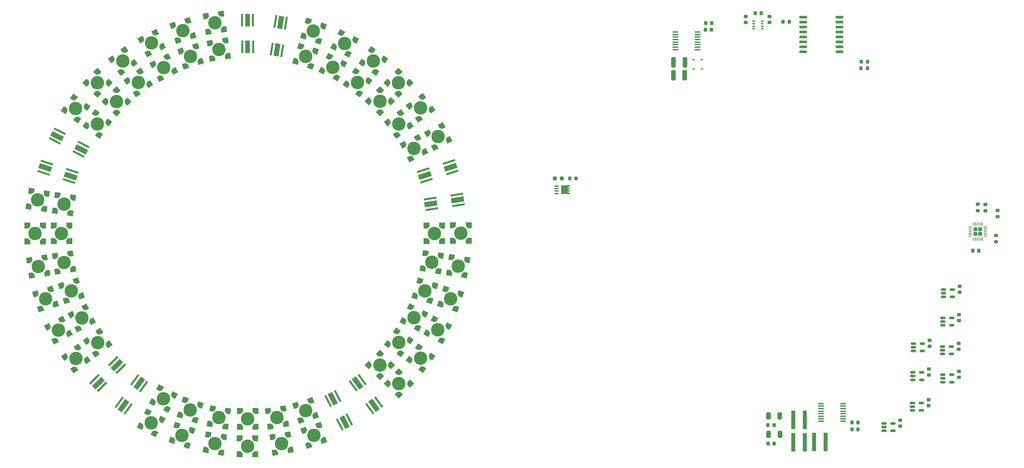
<source format=gbr>
%TF.GenerationSoftware,KiCad,Pcbnew,(6.0.9)*%
%TF.CreationDate,2022-12-31T16:19:11-08:00*%
%TF.ProjectId,LEDArray,4c454441-7272-4617-992e-6b696361645f,rev?*%
%TF.SameCoordinates,Original*%
%TF.FileFunction,Paste,Top*%
%TF.FilePolarity,Positive*%
%FSLAX46Y46*%
G04 Gerber Fmt 4.6, Leading zero omitted, Abs format (unit mm)*
G04 Created by KiCad (PCBNEW (6.0.9)) date 2022-12-31 16:19:11*
%MOMM*%
%LPD*%
G01*
G04 APERTURE LIST*
G04 Aperture macros list*
%AMRoundRect*
0 Rectangle with rounded corners*
0 $1 Rounding radius*
0 $2 $3 $4 $5 $6 $7 $8 $9 X,Y pos of 4 corners*
0 Add a 4 corners polygon primitive as box body*
4,1,4,$2,$3,$4,$5,$6,$7,$8,$9,$2,$3,0*
0 Add four circle primitives for the rounded corners*
1,1,$1+$1,$2,$3*
1,1,$1+$1,$4,$5*
1,1,$1+$1,$6,$7*
1,1,$1+$1,$8,$9*
0 Add four rect primitives between the rounded corners*
20,1,$1+$1,$2,$3,$4,$5,0*
20,1,$1+$1,$4,$5,$6,$7,0*
20,1,$1+$1,$6,$7,$8,$9,0*
20,1,$1+$1,$8,$9,$2,$3,0*%
%AMRotRect*
0 Rectangle, with rotation*
0 The origin of the aperture is its center*
0 $1 length*
0 $2 width*
0 $3 Rotation angle, in degrees counterclockwise*
0 Add horizontal line*
21,1,$1,$2,0,0,$3*%
%AMOutline5P*
0 Free polygon, 5 corners , with rotation*
0 The origin of the aperture is its center*
0 number of corners: always 5*
0 $1 to $10 corner X, Y*
0 $11 Rotation angle, in degrees counterclockwise*
0 create outline with 5 corners*
4,1,5,$1,$2,$3,$4,$5,$6,$7,$8,$9,$10,$1,$2,$11*%
%AMOutline6P*
0 Free polygon, 6 corners , with rotation*
0 The origin of the aperture is its center*
0 number of corners: always 6*
0 $1 to $12 corner X, Y*
0 $13 Rotation angle, in degrees counterclockwise*
0 create outline with 6 corners*
4,1,6,$1,$2,$3,$4,$5,$6,$7,$8,$9,$10,$11,$12,$1,$2,$13*%
%AMOutline7P*
0 Free polygon, 7 corners , with rotation*
0 The origin of the aperture is its center*
0 number of corners: always 7*
0 $1 to $14 corner X, Y*
0 $15 Rotation angle, in degrees counterclockwise*
0 create outline with 7 corners*
4,1,7,$1,$2,$3,$4,$5,$6,$7,$8,$9,$10,$11,$12,$13,$14,$1,$2,$15*%
%AMOutline8P*
0 Free polygon, 8 corners , with rotation*
0 The origin of the aperture is its center*
0 number of corners: always 8*
0 $1 to $16 corner X, Y*
0 $17 Rotation angle, in degrees counterclockwise*
0 create outline with 8 corners*
4,1,8,$1,$2,$3,$4,$5,$6,$7,$8,$9,$10,$11,$12,$13,$14,$15,$16,$1,$2,$17*%
%AMFreePoly0*
4,1,21,1.372500,0.787500,0.862500,0.787500,0.862500,0.532500,1.372500,0.532500,1.372500,0.127500,0.862500,0.127500,0.862500,-0.127500,1.372500,-0.127500,1.372500,-0.532500,0.862500,-0.532500,0.862500,-0.787500,1.372500,-0.787500,1.372500,-1.195000,0.612500,-1.195000,0.612500,-1.117500,-0.862500,-1.117500,-0.862500,1.117500,0.612500,1.117500,0.612500,1.195000,1.372500,1.195000,
1.372500,0.787500,1.372500,0.787500,$1*%
G04 Aperture macros list end*
%ADD10RoundRect,0.225000X-0.225000X-0.250000X0.225000X-0.250000X0.225000X0.250000X-0.225000X0.250000X0*%
%ADD11RoundRect,0.225000X0.250000X-0.225000X0.250000X0.225000X-0.250000X0.225000X-0.250000X-0.225000X0*%
%ADD12RoundRect,0.250000X-0.275000X-2.125000X0.275000X-2.125000X0.275000X2.125000X-0.275000X2.125000X0*%
%ADD13Outline5P,-0.735000X0.735000X0.220500X0.735000X0.735000X0.220500X0.735000X-0.735000X-0.735000X-0.735000X153.000000*%
%ADD14Outline5P,-0.735000X0.735000X0.220500X0.735000X0.735000X0.220500X0.735000X-0.735000X-0.735000X-0.735000X63.000000*%
%ADD15Outline5P,-0.735000X0.735000X0.735000X0.735000X0.735000X-0.220500X0.220500X-0.735000X-0.735000X-0.735000X333.000000*%
%ADD16Outline5P,-0.735000X0.735000X0.220500X0.735000X0.735000X0.220500X0.735000X-0.735000X-0.735000X-0.735000X333.000000*%
%ADD17C,3.450000*%
%ADD18R,0.600000X0.450000*%
%ADD19RoundRect,0.150000X-0.875000X-0.150000X0.875000X-0.150000X0.875000X0.150000X-0.875000X0.150000X0*%
%ADD20RoundRect,0.150000X-0.512500X-0.150000X0.512500X-0.150000X0.512500X0.150000X-0.512500X0.150000X0*%
%ADD21Outline5P,-0.735000X0.735000X0.220500X0.735000X0.735000X0.220500X0.735000X-0.735000X-0.735000X-0.735000X54.000000*%
%ADD22Outline5P,-0.735000X0.735000X0.220500X0.735000X0.735000X0.220500X0.735000X-0.735000X-0.735000X-0.735000X144.000000*%
%ADD23Outline5P,-0.735000X0.735000X0.735000X0.735000X0.735000X-0.220500X0.220500X-0.735000X-0.735000X-0.735000X324.000000*%
%ADD24Outline5P,-0.735000X0.735000X0.220500X0.735000X0.735000X0.220500X0.735000X-0.735000X-0.735000X-0.735000X324.000000*%
%ADD25Outline5P,-0.735000X0.735000X0.220500X0.735000X0.735000X0.220500X0.735000X-0.735000X-0.735000X-0.735000X270.000000*%
%ADD26Outline5P,-0.735000X0.735000X0.220500X0.735000X0.735000X0.220500X0.735000X-0.735000X-0.735000X-0.735000X180.000000*%
%ADD27Outline5P,-0.735000X0.735000X0.220500X0.735000X0.735000X0.220500X0.735000X-0.735000X-0.735000X-0.735000X90.000000*%
%ADD28Outline5P,-0.735000X0.735000X0.735000X0.735000X0.735000X-0.220500X0.220500X-0.735000X-0.735000X-0.735000X90.000000*%
%ADD29Outline5P,-0.735000X0.735000X0.220500X0.735000X0.735000X0.220500X0.735000X-0.735000X-0.735000X-0.735000X288.000000*%
%ADD30Outline5P,-0.735000X0.735000X0.220500X0.735000X0.735000X0.220500X0.735000X-0.735000X-0.735000X-0.735000X18.000000*%
%ADD31Outline5P,-0.735000X0.735000X0.735000X0.735000X0.735000X-0.220500X0.220500X-0.735000X-0.735000X-0.735000X198.000000*%
%ADD32Outline5P,-0.735000X0.735000X0.220500X0.735000X0.735000X0.220500X0.735000X-0.735000X-0.735000X-0.735000X198.000000*%
%ADD33Outline5P,-0.735000X0.735000X0.220500X0.735000X0.735000X0.220500X0.735000X-0.735000X-0.735000X-0.735000X27.000000*%
%ADD34Outline5P,-0.735000X0.735000X0.220500X0.735000X0.735000X0.220500X0.735000X-0.735000X-0.735000X-0.735000X117.000000*%
%ADD35Outline5P,-0.735000X0.735000X0.735000X0.735000X0.735000X-0.220500X0.220500X-0.735000X-0.735000X-0.735000X297.000000*%
%ADD36Outline5P,-0.735000X0.735000X0.220500X0.735000X0.735000X0.220500X0.735000X-0.735000X-0.735000X-0.735000X297.000000*%
%ADD37Outline5P,-0.735000X0.735000X0.220500X0.735000X0.735000X0.220500X0.735000X-0.735000X-0.735000X-0.735000X234.000000*%
%ADD38Outline5P,-0.735000X0.735000X0.735000X0.735000X0.735000X-0.220500X0.220500X-0.735000X-0.735000X-0.735000X234.000000*%
%ADD39Outline5P,-0.735000X0.735000X0.220500X0.735000X0.735000X0.220500X0.735000X-0.735000X-0.735000X-0.735000X9.000000*%
%ADD40Outline5P,-0.735000X0.735000X0.220500X0.735000X0.735000X0.220500X0.735000X-0.735000X-0.735000X-0.735000X279.000000*%
%ADD41Outline5P,-0.735000X0.735000X0.735000X0.735000X0.735000X-0.220500X0.220500X-0.735000X-0.735000X-0.735000X189.000000*%
%ADD42Outline5P,-0.735000X0.735000X0.220500X0.735000X0.735000X0.220500X0.735000X-0.735000X-0.735000X-0.735000X189.000000*%
%ADD43Outline5P,-0.735000X0.735000X0.220500X0.735000X0.735000X0.220500X0.735000X-0.735000X-0.735000X-0.735000X315.000000*%
%ADD44Outline5P,-0.735000X0.735000X0.220500X0.735000X0.735000X0.220500X0.735000X-0.735000X-0.735000X-0.735000X45.000000*%
%ADD45Outline5P,-0.735000X0.735000X0.220500X0.735000X0.735000X0.220500X0.735000X-0.735000X-0.735000X-0.735000X225.000000*%
%ADD46Outline5P,-0.735000X0.735000X0.735000X0.735000X0.735000X-0.220500X0.220500X-0.735000X-0.735000X-0.735000X225.000000*%
%ADD47Outline5P,-0.735000X0.735000X0.220500X0.735000X0.735000X0.220500X0.735000X-0.735000X-0.735000X-0.735000X243.000000*%
%ADD48Outline5P,-0.735000X0.735000X0.735000X0.735000X0.735000X-0.220500X0.220500X-0.735000X-0.735000X-0.735000X243.000000*%
%ADD49Outline5P,-0.735000X0.735000X0.220500X0.735000X0.735000X0.220500X0.735000X-0.735000X-0.735000X-0.735000X351.000000*%
%ADD50Outline5P,-0.735000X0.735000X0.220500X0.735000X0.735000X0.220500X0.735000X-0.735000X-0.735000X-0.735000X261.000000*%
%ADD51Outline5P,-0.735000X0.735000X0.735000X0.735000X0.735000X-0.220500X0.220500X-0.735000X-0.735000X-0.735000X171.000000*%
%ADD52Outline5P,-0.735000X0.735000X0.220500X0.735000X0.735000X0.220500X0.735000X-0.735000X-0.735000X-0.735000X171.000000*%
%ADD53RoundRect,0.225000X-0.250000X0.225000X-0.250000X-0.225000X0.250000X-0.225000X0.250000X0.225000X0*%
%ADD54RotRect,0.500000X3.250000X135.000000*%
%ADD55RotRect,1.300000X3.250000X135.000000*%
%ADD56Outline5P,-0.735000X0.735000X0.220500X0.735000X0.735000X0.220500X0.735000X-0.735000X-0.735000X-0.735000X0.000000*%
%ADD57Outline5P,-0.735000X0.735000X0.735000X0.735000X0.735000X-0.220500X0.220500X-0.735000X-0.735000X-0.735000X180.000000*%
%ADD58RoundRect,0.200000X-0.275000X0.200000X-0.275000X-0.200000X0.275000X-0.200000X0.275000X0.200000X0*%
%ADD59RoundRect,0.200000X-0.200000X-0.275000X0.200000X-0.275000X0.200000X0.275000X-0.200000X0.275000X0*%
%ADD60RoundRect,0.245000X0.245000X-0.245000X0.245000X0.245000X-0.245000X0.245000X-0.245000X-0.245000X0*%
%ADD61RoundRect,0.050000X0.050000X-0.362500X0.050000X0.362500X-0.050000X0.362500X-0.050000X-0.362500X0*%
%ADD62RoundRect,0.050000X0.362500X-0.050000X0.362500X0.050000X-0.362500X0.050000X-0.362500X-0.050000X0*%
%ADD63Outline5P,-0.735000X0.735000X0.220500X0.735000X0.735000X0.220500X0.735000X-0.735000X-0.735000X-0.735000X99.000000*%
%ADD64Outline5P,-0.735000X0.735000X0.735000X0.735000X0.735000X-0.220500X0.220500X-0.735000X-0.735000X-0.735000X9.000000*%
%ADD65Outline5P,-0.735000X0.735000X0.220500X0.735000X0.735000X0.220500X0.735000X-0.735000X-0.735000X-0.735000X216.000000*%
%ADD66Outline5P,-0.735000X0.735000X0.220500X0.735000X0.735000X0.220500X0.735000X-0.735000X-0.735000X-0.735000X126.000000*%
%ADD67Outline5P,-0.735000X0.735000X0.735000X0.735000X0.735000X-0.220500X0.220500X-0.735000X-0.735000X-0.735000X36.000000*%
%ADD68Outline5P,-0.735000X0.735000X0.220500X0.735000X0.735000X0.220500X0.735000X-0.735000X-0.735000X-0.735000X36.000000*%
%ADD69Outline5P,-0.735000X0.735000X0.220500X0.735000X0.735000X0.220500X0.735000X-0.735000X-0.735000X-0.735000X108.000000*%
%ADD70Outline5P,-0.735000X0.735000X0.735000X0.735000X0.735000X-0.220500X0.220500X-0.735000X-0.735000X-0.735000X108.000000*%
%ADD71RotRect,0.500000X3.300000X144.000000*%
%ADD72RotRect,1.300000X3.300000X144.000000*%
%ADD73Outline5P,-0.735000X0.735000X0.735000X0.735000X0.735000X-0.220500X0.220500X-0.735000X-0.735000X-0.735000X270.000000*%
%ADD74Outline5P,-0.735000X0.735000X0.735000X0.735000X0.735000X-0.220500X0.220500X-0.735000X-0.735000X-0.735000X18.000000*%
%ADD75Outline5P,-0.735000X0.735000X0.735000X0.735000X0.735000X-0.220500X0.220500X-0.735000X-0.735000X-0.735000X153.000000*%
%ADD76RoundRect,0.237500X0.287500X0.237500X-0.287500X0.237500X-0.287500X-0.237500X0.287500X-0.237500X0*%
%ADD77Outline5P,-0.735000X0.735000X0.220500X0.735000X0.735000X0.220500X0.735000X-0.735000X-0.735000X-0.735000X81.000000*%
%ADD78Outline5P,-0.735000X0.735000X0.735000X0.735000X0.735000X-0.220500X0.220500X-0.735000X-0.735000X-0.735000X261.000000*%
%ADD79RotRect,0.500000X3.250000X279.000000*%
%ADD80RotRect,1.300000X3.250000X279.000000*%
%ADD81RoundRect,0.100000X-0.637500X-0.100000X0.637500X-0.100000X0.637500X0.100000X-0.637500X0.100000X0*%
%ADD82Outline5P,-0.735000X0.735000X0.735000X0.735000X0.735000X-0.220500X0.220500X-0.735000X-0.735000X-0.735000X81.000000*%
%ADD83RoundRect,0.250000X-0.312500X-1.075000X0.312500X-1.075000X0.312500X1.075000X-0.312500X1.075000X0*%
%ADD84RoundRect,0.250000X-0.325000X-0.650000X0.325000X-0.650000X0.325000X0.650000X-0.325000X0.650000X0*%
%ADD85Outline5P,-0.735000X0.735000X0.220500X0.735000X0.735000X0.220500X0.735000X-0.735000X-0.735000X-0.735000X162.000000*%
%ADD86Outline5P,-0.735000X0.735000X0.220500X0.735000X0.735000X0.220500X0.735000X-0.735000X-0.735000X-0.735000X72.000000*%
%ADD87Outline5P,-0.735000X0.735000X0.735000X0.735000X0.735000X-0.220500X0.220500X-0.735000X-0.735000X-0.735000X342.000000*%
%ADD88Outline5P,-0.735000X0.735000X0.220500X0.735000X0.735000X0.220500X0.735000X-0.735000X-0.735000X-0.735000X342.000000*%
%ADD89RotRect,0.500000X3.300000X216.000000*%
%ADD90RotRect,1.300000X3.300000X216.000000*%
%ADD91Outline5P,-0.735000X0.735000X0.735000X0.735000X0.735000X-0.220500X0.220500X-0.735000X-0.735000X-0.735000X252.000000*%
%ADD92Outline5P,-0.735000X0.735000X0.220500X0.735000X0.735000X0.220500X0.735000X-0.735000X-0.735000X-0.735000X252.000000*%
%ADD93RoundRect,0.250000X0.275000X2.125000X-0.275000X2.125000X-0.275000X-2.125000X0.275000X-2.125000X0*%
%ADD94RoundRect,0.225000X0.225000X0.250000X-0.225000X0.250000X-0.225000X-0.250000X0.225000X-0.250000X0*%
%ADD95RotRect,0.500000X3.250000X63.000000*%
%ADD96RotRect,1.300000X3.250000X63.000000*%
%ADD97R,0.500000X3.300000*%
%ADD98R,1.300000X3.300000*%
%ADD99RotRect,0.500000X3.300000X288.000000*%
%ADD100RotRect,1.300000X3.300000X288.000000*%
%ADD101Outline5P,-0.735000X0.735000X0.220500X0.735000X0.735000X0.220500X0.735000X-0.735000X-0.735000X-0.735000X207.000000*%
%ADD102Outline5P,-0.735000X0.735000X0.735000X0.735000X0.735000X-0.220500X0.220500X-0.735000X-0.735000X-0.735000X27.000000*%
%ADD103Outline5P,-0.735000X0.735000X0.220500X0.735000X0.735000X0.220500X0.735000X-0.735000X-0.735000X-0.735000X135.000000*%
%ADD104Outline5P,-0.735000X0.735000X0.735000X0.735000X0.735000X-0.220500X0.220500X-0.735000X-0.735000X-0.735000X45.000000*%
%ADD105Outline5P,-0.735000X0.735000X0.735000X0.735000X0.735000X-0.220500X0.220500X-0.735000X-0.735000X-0.735000X117.000000*%
%ADD106Outline5P,-0.735000X0.735000X0.735000X0.735000X0.735000X-0.220500X0.220500X-0.735000X-0.735000X-0.735000X54.000000*%
%ADD107Outline5P,-0.735000X0.735000X0.735000X0.735000X0.735000X-0.220500X0.220500X-0.735000X-0.735000X-0.735000X162.000000*%
%ADD108RoundRect,0.200000X0.200000X0.275000X-0.200000X0.275000X-0.200000X-0.275000X0.200000X-0.275000X0*%
%ADD109RotRect,0.500000X3.300000X72.000000*%
%ADD110RotRect,1.300000X3.300000X72.000000*%
%ADD111RotRect,0.500000X3.250000X351.000000*%
%ADD112RotRect,1.300000X3.250000X351.000000*%
%ADD113Outline5P,-0.735000X0.735000X0.220500X0.735000X0.735000X0.220500X0.735000X-0.735000X-0.735000X-0.735000X306.000000*%
%ADD114Outline5P,-0.735000X0.735000X0.735000X0.735000X0.735000X-0.220500X0.220500X-0.735000X-0.735000X-0.735000X126.000000*%
%ADD115Outline5P,-0.735000X0.735000X0.735000X0.735000X0.735000X-0.220500X0.220500X-0.735000X-0.735000X-0.735000X315.000000*%
%ADD116Outline5P,-0.735000X0.735000X0.735000X0.735000X0.735000X-0.220500X0.220500X-0.735000X-0.735000X-0.735000X99.000000*%
%ADD117Outline5P,-0.735000X0.735000X0.735000X0.735000X0.735000X-0.220500X0.220500X-0.735000X-0.735000X-0.735000X306.000000*%
%ADD118RotRect,0.500000X3.250000X207.000000*%
%ADD119RotRect,1.300000X3.250000X207.000000*%
%ADD120R,0.700000X0.350000*%
%ADD121R,0.990000X0.405000*%
%ADD122FreePoly0,0.000000*%
G04 APERTURE END LIST*
D10*
%TO.C,C17*%
X199500000Y-28900000D03*
X201050000Y-28900000D03*
%TD*%
D11*
%TO.C,C37*%
X256950000Y-111875001D03*
X256950000Y-110325001D03*
%TD*%
D12*
%TO.C,R17*%
X227275000Y-136425000D03*
X230225000Y-136425000D03*
%TD*%
D10*
%TO.C,C16*%
X199450000Y-30550000D03*
X201000000Y-30550000D03*
%TD*%
D13*
%TO.C,D45*%
X109589994Y-33225968D03*
D14*
X107774032Y-36789994D03*
D15*
X106025968Y-31410006D03*
D16*
X104210006Y-34974032D03*
D17*
X106900000Y-34100000D03*
%TD*%
D18*
%TO.C,D82*%
X196425000Y-40650000D03*
X198525000Y-40650000D03*
%TD*%
D19*
%TO.C,U22*%
X224500000Y-27330000D03*
X224500000Y-28600000D03*
X224500000Y-29870000D03*
X224500000Y-31140000D03*
X224500000Y-32410000D03*
X224500000Y-33680000D03*
X224500000Y-34950000D03*
X224500000Y-36220000D03*
X233800000Y-36220000D03*
X233800000Y-34950000D03*
X233800000Y-33680000D03*
X233800000Y-32410000D03*
X233800000Y-31140000D03*
X233800000Y-29870000D03*
X233800000Y-28600000D03*
X233800000Y-27330000D03*
%TD*%
D20*
%TO.C,U3*%
X260492500Y-97255000D03*
X260492500Y-98205000D03*
X260492500Y-99155000D03*
X262767500Y-99155000D03*
X262767500Y-97255000D03*
%TD*%
D21*
%TO.C,D5*%
X110666117Y-46921593D03*
D22*
X113017258Y-43685526D03*
D23*
X109781191Y-41334385D03*
D24*
X107430050Y-44570452D03*
D17*
X110223654Y-44127989D03*
%TD*%
D25*
%TO.C,D72*%
X25500000Y-80900000D03*
D26*
X29500000Y-80900000D03*
D27*
X29500000Y-84900000D03*
D28*
X25500000Y-84900000D03*
D17*
X27500000Y-82900000D03*
%TD*%
D10*
%TO.C,C33*%
X215475002Y-132049999D03*
X217025002Y-132049999D03*
%TD*%
D29*
%TO.C,D60*%
X96479853Y-133415921D03*
D30*
X97715921Y-137220147D03*
D31*
X101520147Y-135984079D03*
D32*
X100284079Y-132179853D03*
D17*
X99000000Y-134700000D03*
%TD*%
D33*
%TO.C,D49*%
X130025968Y-60689994D03*
D34*
X133589994Y-58874032D03*
D35*
X131774032Y-55310006D03*
D36*
X128210006Y-57125968D03*
D17*
X130900000Y-58000000D03*
%TD*%
D24*
%TO.C,D15*%
X117971050Y-111245452D03*
D21*
X121207117Y-113596593D03*
D37*
X120322191Y-108009385D03*
D38*
X123558258Y-110360526D03*
D17*
X120764654Y-110802989D03*
%TD*%
D39*
%TO.C,D20*%
X87860146Y-132395235D03*
D40*
X87234408Y-128444481D03*
D41*
X91810900Y-131769497D03*
D42*
X91185162Y-127818743D03*
D17*
X89522654Y-130106989D03*
%TD*%
D43*
%TO.C,D16*%
X113110227Y-116644989D03*
D44*
X115938654Y-119473416D03*
D45*
X115938654Y-113816562D03*
D46*
X118767081Y-116644989D03*
D17*
X115938654Y-116644989D03*
%TD*%
D14*
%TO.C,D14*%
X125575686Y-107142983D03*
D16*
X122011660Y-105327021D03*
D47*
X123827622Y-101762995D03*
D48*
X127391648Y-103578957D03*
D17*
X124701654Y-104452989D03*
%TD*%
D20*
%TO.C,U1*%
X245262500Y-131650000D03*
X245262500Y-132600000D03*
X245262500Y-133550000D03*
X247537500Y-133550000D03*
X247537500Y-131650000D03*
%TD*%
D39*
%TO.C,D61*%
X89037492Y-139088246D03*
D40*
X88411754Y-135137492D03*
D42*
X92362508Y-134511754D03*
D41*
X92988246Y-138462508D03*
D17*
X90700000Y-136800000D03*
%TD*%
D49*
%TO.C,D63*%
X71311754Y-138462508D03*
D50*
X71937492Y-134511754D03*
D51*
X75262508Y-139088246D03*
D52*
X75888246Y-135137492D03*
D17*
X73600000Y-136800000D03*
%TD*%
D11*
%TO.C,C11*%
X274400000Y-78550000D03*
X274400000Y-77000000D03*
%TD*%
D53*
%TO.C,C8*%
X209800000Y-27200000D03*
X209800000Y-28750000D03*
%TD*%
D54*
%TO.C,D67*%
X42727728Y-120327728D03*
X44672272Y-122272272D03*
D55*
X43700000Y-121300000D03*
%TD*%
D56*
%TO.C,D21*%
X80029654Y-132487989D03*
D25*
X80029654Y-128487989D03*
D26*
X84029654Y-128487989D03*
D57*
X84029654Y-132487989D03*
D17*
X82029654Y-130487989D03*
%TD*%
D58*
%TO.C,R8*%
X269325000Y-75375000D03*
X269325000Y-77025000D03*
%TD*%
D59*
%TO.C,R19*%
X239400000Y-38800000D03*
X241050000Y-38800000D03*
%TD*%
D11*
%TO.C,C9*%
X256755000Y-119255001D03*
X256755000Y-117705001D03*
%TD*%
D60*
%TO.C,U9*%
X269890000Y-81785000D03*
X268710000Y-82965000D03*
X269890000Y-82965000D03*
X268710000Y-81785000D03*
D61*
X268100000Y-84312500D03*
X268500000Y-84312500D03*
X268900000Y-84312500D03*
X269300000Y-84312500D03*
X269700000Y-84312500D03*
X270100000Y-84312500D03*
X270500000Y-84312500D03*
D62*
X271237500Y-83575000D03*
X271237500Y-83175000D03*
X271237500Y-82775000D03*
X271237500Y-82375000D03*
X271237500Y-81975000D03*
X271237500Y-81575000D03*
X271237500Y-81175000D03*
D61*
X270500000Y-80437500D03*
X270100000Y-80437500D03*
X269700000Y-80437500D03*
X269300000Y-80437500D03*
X268900000Y-80437500D03*
X268500000Y-80437500D03*
X268100000Y-80437500D03*
D62*
X267362500Y-81175000D03*
X267362500Y-81575000D03*
X267362500Y-81975000D03*
X267362500Y-82375000D03*
X267362500Y-82775000D03*
X267362500Y-83175000D03*
X267362500Y-83575000D03*
%TD*%
D49*
%TO.C,D22*%
X72375408Y-131769497D03*
D50*
X73001146Y-127818743D03*
D51*
X76326162Y-132395235D03*
D52*
X76951900Y-128444481D03*
D17*
X74663654Y-130106989D03*
%TD*%
D42*
%TO.C,D81*%
X75262508Y-26511754D03*
D63*
X75888246Y-30462508D03*
D39*
X71937492Y-31088246D03*
D64*
X71311754Y-27137492D03*
D17*
X73600000Y-28800000D03*
%TD*%
D65*
%TO.C,D38*%
X54442463Y-41306396D03*
D66*
X56793604Y-44542463D03*
D67*
X51206396Y-43657537D03*
D68*
X53557537Y-46893604D03*
D17*
X54000000Y-44100000D03*
%TD*%
D29*
%TO.C,D19*%
X94368507Y-127044910D03*
D30*
X95604575Y-130849136D03*
D31*
X99408801Y-129613068D03*
D32*
X98172733Y-125808842D03*
D17*
X96888654Y-128328989D03*
%TD*%
D29*
%TO.C,D29*%
X34297507Y-96310910D03*
D32*
X38101733Y-95074842D03*
D69*
X39337801Y-98879068D03*
D70*
X35533575Y-100115136D03*
D17*
X36817654Y-97594989D03*
%TD*%
D20*
%TO.C,U8*%
X260275000Y-111905000D03*
X260275000Y-112855000D03*
X260275000Y-113805000D03*
X262550000Y-113805000D03*
X262550000Y-111905000D03*
%TD*%
D11*
%TO.C,C10*%
X264412500Y-112605001D03*
X264412500Y-111055001D03*
%TD*%
D71*
%TO.C,D25*%
X53084030Y-120521090D03*
X55349278Y-122166888D03*
D72*
X54216654Y-121343989D03*
%TD*%
D27*
%TO.C,D11*%
X131908654Y-84862989D03*
D56*
X127908654Y-84862989D03*
D73*
X131908654Y-80862989D03*
D25*
X127908654Y-80862989D03*
D17*
X129908654Y-82862989D03*
%TD*%
D32*
%TO.C,D40*%
X68684079Y-34879853D03*
D69*
X69920147Y-38684079D03*
D74*
X64879853Y-36115921D03*
D30*
X66115921Y-39920147D03*
D17*
X67400000Y-37400000D03*
%TD*%
D63*
%TO.C,D41*%
X76925738Y-37350754D03*
D42*
X76300000Y-33400000D03*
D39*
X72974984Y-37976492D03*
D64*
X72349246Y-34025738D03*
D17*
X74637492Y-35688246D03*
%TD*%
D10*
%TO.C,C29*%
X215500002Y-136824999D03*
X217050002Y-136824999D03*
%TD*%
D11*
%TO.C,C5*%
X264437500Y-119850001D03*
X264437500Y-118300001D03*
%TD*%
D58*
%TO.C,R9*%
X273925000Y-83400000D03*
X273925000Y-85050000D03*
%TD*%
D47*
%TO.C,D65*%
X56425968Y-128810006D03*
D16*
X54610006Y-132374032D03*
D13*
X59989994Y-130625968D03*
D75*
X58174032Y-134189994D03*
D17*
X57300000Y-131500000D03*
%TD*%
D76*
%TO.C,D84*%
X162600000Y-68775000D03*
X160850000Y-68775000D03*
%TD*%
D11*
%TO.C,C12*%
X271250000Y-77025000D03*
X271250000Y-75475000D03*
%TD*%
D20*
%TO.C,U21*%
X252812500Y-111175000D03*
X252812500Y-112125000D03*
X252812500Y-113075000D03*
X255087500Y-113075000D03*
X255087500Y-111175000D03*
%TD*%
D49*
%TO.C,D12*%
X126985408Y-91891497D03*
D77*
X130936162Y-92517235D03*
D78*
X131561900Y-88566481D03*
D50*
X127611146Y-87940743D03*
D17*
X129273654Y-90228989D03*
%TD*%
D79*
%TO.C,D10*%
X129234751Y-76601060D03*
X128804557Y-73884918D03*
D80*
X129019654Y-75242989D03*
%TD*%
D14*
%TO.C,D4*%
X104747686Y-42880983D03*
D13*
X106563648Y-39316957D03*
D15*
X102999622Y-37500995D03*
D16*
X101183660Y-41065021D03*
D17*
X103873654Y-40190989D03*
%TD*%
D11*
%TO.C,C1*%
X249400000Y-132350000D03*
X249400000Y-130800000D03*
%TD*%
%TO.C,C2*%
X264480000Y-105255001D03*
X264480000Y-103705001D03*
%TD*%
D81*
%TO.C,U10*%
X191712500Y-31175000D03*
X191712500Y-31825000D03*
X191712500Y-32475000D03*
X191712500Y-33125000D03*
X191712500Y-33775000D03*
X191712500Y-34425000D03*
X191712500Y-35075000D03*
X191712500Y-35725000D03*
X197437500Y-35725000D03*
X197437500Y-35075000D03*
X197437500Y-34425000D03*
X197437500Y-33775000D03*
X197437500Y-33125000D03*
X197437500Y-32475000D03*
X197437500Y-31825000D03*
X197437500Y-31175000D03*
%TD*%
D50*
%TO.C,D32*%
X33250146Y-73081743D03*
D52*
X37200900Y-73707481D03*
D82*
X32624408Y-77032497D03*
D77*
X36575162Y-77658235D03*
D17*
X34912654Y-75369989D03*
%TD*%
D83*
%TO.C,F1*%
X191237500Y-38950000D03*
X194162500Y-38950000D03*
%TD*%
D84*
%TO.C,C28*%
X215575002Y-129724999D03*
X218525002Y-129724999D03*
%TD*%
D85*
%TO.C,D3*%
X99408801Y-36112910D03*
D86*
X98172733Y-39917136D03*
D87*
X95604575Y-34876842D03*
D88*
X94368507Y-38681068D03*
D17*
X96888654Y-37396989D03*
%TD*%
D89*
%TO.C,D17*%
X109091030Y-122039888D03*
X111356278Y-120394090D03*
D90*
X110223654Y-121216989D03*
%TD*%
D86*
%TO.C,D13*%
X128779733Y-100115136D03*
D88*
X124975507Y-98879068D03*
D91*
X130015801Y-96310910D03*
D92*
X126211575Y-95074842D03*
D17*
X127495654Y-97594989D03*
%TD*%
D32*
%TO.C,D70*%
X31484079Y-97179853D03*
D29*
X27679853Y-98415921D03*
D69*
X32720147Y-100984079D03*
D70*
X28915921Y-102220147D03*
D17*
X30200000Y-99700000D03*
%TD*%
D11*
%TO.C,C4*%
X256655000Y-127105001D03*
X256655000Y-125555001D03*
%TD*%
D93*
%TO.C,R15*%
X224900000Y-136525000D03*
X221950000Y-136525000D03*
%TD*%
D10*
%TO.C,C35*%
X237000000Y-131425000D03*
X238550000Y-131425000D03*
%TD*%
D94*
%TO.C,C13*%
X269535000Y-87284999D03*
X267985000Y-87284999D03*
%TD*%
D95*
%TO.C,D75*%
X33824237Y-56674866D03*
X32575763Y-59125134D03*
D96*
X33200000Y-57900000D03*
%TD*%
D97*
%TO.C,D42*%
X83400000Y-28100000D03*
X80600000Y-28100000D03*
D98*
X82000000Y-28100000D03*
%TD*%
D56*
%TO.C,D62*%
X80000000Y-139500000D03*
D25*
X80000000Y-135500000D03*
D26*
X84000000Y-135500000D03*
D57*
X84000000Y-139500000D03*
D17*
X82000000Y-137500000D03*
%TD*%
D50*
%TO.C,D73*%
X26537492Y-72011754D03*
D52*
X30488246Y-72637492D03*
D77*
X29862508Y-76588246D03*
D82*
X25911754Y-75962508D03*
D17*
X28200000Y-74300000D03*
%TD*%
D20*
%TO.C,U4*%
X252517500Y-126405000D03*
X252517500Y-127355000D03*
X252517500Y-128305000D03*
X254792500Y-128305000D03*
X254792500Y-126405000D03*
%TD*%
D93*
%TO.C,R16*%
X224900000Y-130700000D03*
X221950000Y-130700000D03*
%TD*%
D99*
%TO.C,D50*%
X134532624Y-67231479D03*
X133667376Y-64568521D03*
D100*
X134100000Y-65900000D03*
%TD*%
D101*
%TO.C,D79*%
X58274032Y-31310006D03*
D34*
X60089994Y-34874032D03*
D33*
X56525968Y-36689994D03*
D102*
X54710006Y-33125968D03*
D17*
X57400000Y-34000000D03*
%TD*%
D45*
%TO.C,D77*%
X43500000Y-41371573D03*
D103*
X46328427Y-44200000D03*
D44*
X43500000Y-47028427D03*
D104*
X40671573Y-44200000D03*
D17*
X43500000Y-44200000D03*
%TD*%
D101*
%TO.C,D69*%
X34374032Y-105010006D03*
D36*
X30810006Y-106825968D03*
D105*
X32625968Y-110389994D03*
D34*
X36189994Y-108574032D03*
D17*
X33500000Y-107700000D03*
%TD*%
D47*
%TO.C,D24*%
X59565622Y-122590995D03*
D16*
X57749660Y-126155021D03*
D13*
X63129648Y-124406957D03*
D75*
X61313686Y-127970983D03*
D17*
X60439654Y-125280989D03*
%TD*%
D37*
%TO.C,D36*%
X43057537Y-52006396D03*
D22*
X46293604Y-54357537D03*
D106*
X40706396Y-55242463D03*
D21*
X43942463Y-57593604D03*
D17*
X43500000Y-54800000D03*
%TD*%
D32*
%TO.C,D80*%
X66684079Y-28279853D03*
D69*
X67920147Y-32084079D03*
D30*
X64115921Y-33320147D03*
D74*
X62879853Y-29515921D03*
D17*
X65400000Y-30800000D03*
%TD*%
D103*
%TO.C,D37*%
X51228427Y-49000000D03*
D45*
X48400000Y-46171573D03*
D104*
X45571573Y-49000000D03*
D44*
X48400000Y-51828427D03*
D17*
X48400000Y-49000000D03*
%TD*%
D36*
%TO.C,D28*%
X36794660Y-103705957D03*
D101*
X40358686Y-101889995D03*
D34*
X42174648Y-105454021D03*
D105*
X38610622Y-107269983D03*
D17*
X39484654Y-104579989D03*
%TD*%
D34*
%TO.C,D8*%
X127391648Y-61893021D03*
D33*
X123827622Y-63708983D03*
D36*
X122011660Y-60144957D03*
D35*
X125575686Y-58328995D03*
D17*
X124701654Y-61018989D03*
%TD*%
D20*
%TO.C,U7*%
X252617500Y-118555000D03*
X252617500Y-119505000D03*
X252617500Y-120455000D03*
X254892500Y-120455000D03*
X254892500Y-118555000D03*
%TD*%
%TO.C,U5*%
X260300000Y-119150000D03*
X260300000Y-120100000D03*
X260300000Y-121050000D03*
X262575000Y-121050000D03*
X262575000Y-119150000D03*
%TD*%
D86*
%TO.C,D44*%
X100184079Y-33420147D03*
D85*
X101420147Y-29615921D03*
D88*
X96379853Y-32184079D03*
D87*
X97615921Y-28379853D03*
D17*
X98900000Y-30900000D03*
%TD*%
D92*
%TO.C,D64*%
X63915921Y-132179853D03*
D88*
X62679853Y-135984079D03*
D85*
X67720147Y-133415921D03*
D107*
X66484079Y-137220147D03*
D17*
X65200000Y-134700000D03*
%TD*%
D108*
%TO.C,R11*%
X166275000Y-68775000D03*
X164625000Y-68775000D03*
%TD*%
D11*
%TO.C,C7*%
X215900000Y-28750000D03*
X215900000Y-27200000D03*
%TD*%
D20*
%TO.C,U2*%
X260342500Y-104555000D03*
X260342500Y-105505000D03*
X260342500Y-106455000D03*
X262617500Y-106455000D03*
X262617500Y-104555000D03*
%TD*%
D109*
%TO.C,D33*%
X37032624Y-66799510D03*
X36167376Y-69462468D03*
D110*
X36600000Y-68130989D03*
%TD*%
D111*
%TO.C,D43*%
X91858071Y-28915097D03*
X89141929Y-28484903D03*
D112*
X90500000Y-28700000D03*
%TD*%
D97*
%TO.C,D1*%
X83429654Y-34983989D03*
X80629654Y-34983989D03*
D98*
X82029654Y-34983989D03*
%TD*%
D86*
%TO.C,D54*%
X135384079Y-102220147D03*
D88*
X131579853Y-100984079D03*
D92*
X132815921Y-97179853D03*
D91*
X136620147Y-98415921D03*
D17*
X134100000Y-99700000D03*
%TD*%
D65*
%TO.C,D27*%
X43991117Y-108136385D03*
D113*
X40755050Y-110487526D03*
D114*
X43106191Y-113723593D03*
D66*
X46342258Y-111372452D03*
D17*
X43548654Y-110929989D03*
%TD*%
D10*
%TO.C,C38*%
X219375000Y-28575000D03*
X220925000Y-28575000D03*
%TD*%
%TO.C,C6*%
X212200000Y-26375000D03*
X213750000Y-26375000D03*
%TD*%
D44*
%TO.C,D6*%
X115938654Y-51782416D03*
D103*
X118767081Y-48953989D03*
D115*
X115938654Y-46125562D03*
D43*
X113110227Y-48953989D03*
D17*
X115938654Y-48953989D03*
%TD*%
D65*
%TO.C,D78*%
X50448859Y-35863933D03*
D66*
X52800000Y-39100000D03*
D68*
X49563933Y-41451141D03*
D67*
X47212792Y-38215074D03*
D17*
X50006396Y-38657537D03*
%TD*%
D42*
%TO.C,D71*%
X29962508Y-89111754D03*
D40*
X26011754Y-89737492D03*
D63*
X30588246Y-93062508D03*
D116*
X26637492Y-93688246D03*
D17*
X28300000Y-91400000D03*
%TD*%
D68*
%TO.C,D48*%
X125957537Y-53393604D03*
D66*
X129193604Y-51042463D03*
D113*
X123606396Y-50157537D03*
D117*
X126842463Y-47806396D03*
D17*
X126400000Y-50600000D03*
%TD*%
D59*
%TO.C,R18*%
X239350000Y-40500000D03*
X241000000Y-40500000D03*
%TD*%
D14*
%TO.C,D55*%
X131674032Y-110289994D03*
D16*
X128110006Y-108474032D03*
D47*
X129925968Y-104910006D03*
D48*
X133489994Y-106725968D03*
D17*
X130800000Y-107600000D03*
%TD*%
D11*
%TO.C,C3*%
X264630000Y-97955001D03*
X264630000Y-96405001D03*
%TD*%
D92*
%TO.C,D23*%
X66013575Y-125681842D03*
D88*
X64777507Y-129486068D03*
D85*
X69817801Y-126917910D03*
D107*
X68581733Y-130722136D03*
D17*
X67297654Y-128201989D03*
%TD*%
D111*
%TO.C,D2*%
X90880725Y-35961086D03*
X88164583Y-35530892D03*
D112*
X89522654Y-35745989D03*
%TD*%
D18*
%TO.C,D34*%
X196400000Y-38300000D03*
X198500000Y-38300000D03*
%TD*%
D10*
%TO.C,C36*%
X237050000Y-133225000D03*
X238600000Y-133225000D03*
%TD*%
D65*
%TO.C,D68*%
X38442463Y-112206396D03*
D113*
X35206396Y-114557537D03*
D66*
X40793604Y-115442463D03*
D114*
X37557537Y-117793604D03*
D17*
X38000000Y-115000000D03*
%TD*%
D89*
%TO.C,D58*%
X113334752Y-127845799D03*
X115600000Y-126200001D03*
D90*
X114467376Y-127022900D03*
%TD*%
D68*
%TO.C,D7*%
X120322191Y-57589593D03*
D66*
X123558258Y-55238452D03*
D117*
X121207117Y-52002385D03*
D113*
X117971050Y-54353526D03*
D17*
X120764654Y-54795989D03*
%TD*%
D118*
%TO.C,D59*%
X105674866Y-131924237D03*
X108125134Y-130675763D03*
D119*
X106900000Y-131300000D03*
%TD*%
D27*
%TO.C,D52*%
X138700000Y-84800000D03*
D56*
X134700000Y-84800000D03*
D73*
X138700000Y-80800000D03*
D25*
X134700000Y-80800000D03*
D17*
X136700000Y-82800000D03*
%TD*%
D21*
%TO.C,D56*%
X126842463Y-117693604D03*
D24*
X123606396Y-115342463D03*
D37*
X125957537Y-112106396D03*
D38*
X129193604Y-114457537D03*
D17*
X126400000Y-114900000D03*
%TD*%
D71*
%TO.C,D66*%
X49067376Y-126277101D03*
X51332624Y-127922899D03*
D72*
X50200000Y-127100000D03*
%TD*%
D84*
%TO.C,C34*%
X215625002Y-134449999D03*
X218575002Y-134449999D03*
%TD*%
D37*
%TO.C,D76*%
X37457537Y-48006396D03*
D22*
X40693604Y-50357537D03*
D106*
X35106396Y-51242463D03*
D21*
X38342463Y-53593604D03*
D17*
X37900000Y-50800000D03*
%TD*%
D40*
%TO.C,D30*%
X32624408Y-88693481D03*
D42*
X36575162Y-88067743D03*
D63*
X37200900Y-92018497D03*
D116*
X33250146Y-92644235D03*
D17*
X34912654Y-90355989D03*
%TD*%
D120*
%TO.C,U6*%
X214025000Y-28400000D03*
X214025000Y-29050000D03*
X214025000Y-29700000D03*
X214025000Y-30350000D03*
X211775000Y-30350000D03*
X211775000Y-29700000D03*
X211775000Y-29050000D03*
X211775000Y-28400000D03*
%TD*%
D25*
%TO.C,D31*%
X32277654Y-80862989D03*
D26*
X36277654Y-80862989D03*
D27*
X36277654Y-84862989D03*
D28*
X32277654Y-84862989D03*
D17*
X34277654Y-82862989D03*
%TD*%
D81*
%TO.C,U20*%
X229062500Y-126550000D03*
X229062500Y-127200000D03*
X229062500Y-127850000D03*
X229062500Y-128500000D03*
X229062500Y-129150000D03*
X229062500Y-129800000D03*
X229062500Y-130450000D03*
X229062500Y-131100000D03*
X234787500Y-131100000D03*
X234787500Y-130450000D03*
X234787500Y-129800000D03*
X234787500Y-129150000D03*
X234787500Y-128500000D03*
X234787500Y-127850000D03*
X234787500Y-127200000D03*
X234787500Y-126550000D03*
%TD*%
D118*
%TO.C,D18*%
X102648520Y-125905226D03*
X105098788Y-124656752D03*
D119*
X103873654Y-125280989D03*
%TD*%
D21*
%TO.C,D46*%
X114742463Y-41393604D03*
D22*
X117093604Y-38157537D03*
D24*
X111506396Y-39042463D03*
D23*
X113857537Y-35806396D03*
D17*
X114300000Y-38600000D03*
%TD*%
D95*
%TO.C,D35*%
X39924237Y-60074866D03*
X38675763Y-62525134D03*
D96*
X39300000Y-61300000D03*
%TD*%
D34*
%TO.C,D39*%
X63189994Y-41174032D03*
D101*
X61374032Y-37610006D03*
D33*
X59625968Y-42989994D03*
D102*
X57810006Y-39425968D03*
D17*
X60500000Y-40300000D03*
%TD*%
D44*
%TO.C,D47*%
X120700000Y-47028427D03*
D103*
X123528427Y-44200000D03*
D115*
X120700000Y-41371573D03*
D43*
X117871573Y-44200000D03*
D17*
X120700000Y-44200000D03*
%TD*%
D121*
%TO.C,Q8*%
X161265000Y-70685000D03*
X161265000Y-71345000D03*
X161265000Y-72005000D03*
X161265000Y-72665000D03*
D122*
X163257500Y-71675000D03*
%TD*%
D109*
%TO.C,D74*%
X30532624Y-64668521D03*
X29667376Y-67331479D03*
D110*
X30100000Y-66000000D03*
%TD*%
D54*
%TO.C,D26*%
X47529382Y-115672717D03*
X49473926Y-117617261D03*
D55*
X48501654Y-116644989D03*
%TD*%
D49*
%TO.C,D53*%
X133711754Y-92962508D03*
D77*
X137662508Y-93588246D03*
D78*
X138288246Y-89637492D03*
D50*
X134337492Y-89011754D03*
D17*
X136000000Y-91300000D03*
%TD*%
D79*
%TO.C,D51*%
X136115097Y-75658071D03*
X135684903Y-72941929D03*
D80*
X135900000Y-74300000D03*
%TD*%
D99*
%TO.C,D9*%
X127928278Y-69335468D03*
X127063030Y-66672510D03*
D100*
X127495654Y-68003989D03*
%TD*%
D44*
%TO.C,D57*%
X120800000Y-124228427D03*
D43*
X117971573Y-121400000D03*
D46*
X123628427Y-121400000D03*
D45*
X120800000Y-118571573D03*
D17*
X120800000Y-121400000D03*
%TD*%
D83*
%TO.C,F2*%
X191212500Y-42250000D03*
X194137500Y-42250000D03*
%TD*%
M02*

</source>
